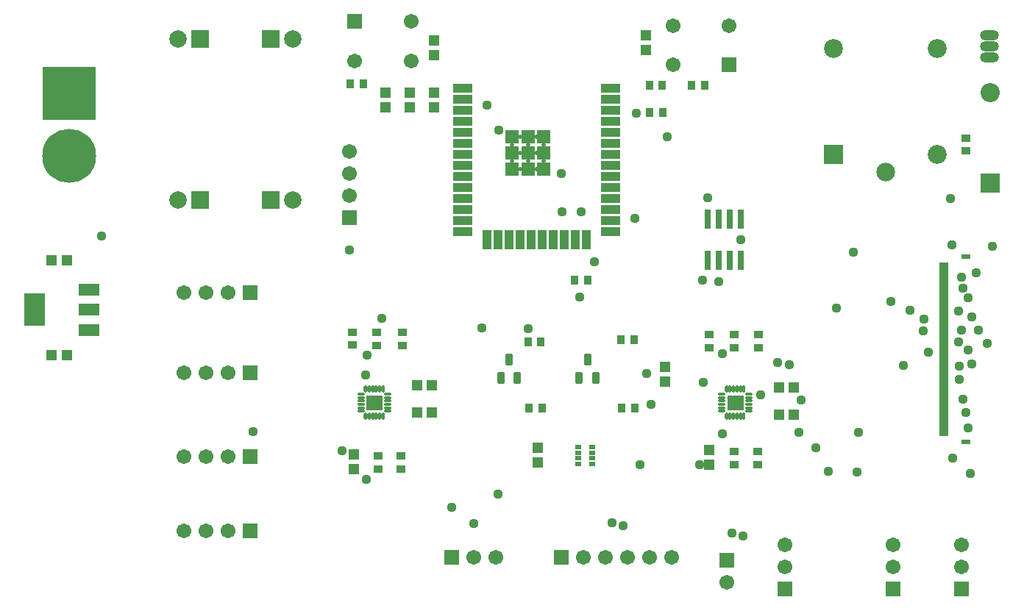
<source format=gts>
G04*
G04 #@! TF.GenerationSoftware,Altium Limited,Altium Designer,20.1.12 (249)*
G04*
G04 Layer_Color=8388736*
%FSLAX25Y25*%
%MOIN*%
G70*
G04*
G04 #@! TF.SameCoordinates,D2DC16A5-891C-47F1-9DBA-B4DE5785F593*
G04*
G04*
G04 #@! TF.FilePolarity,Negative*
G04*
G01*
G75*
%ADD35R,0.03000X0.08600*%
%ADD36R,0.04343X0.03556*%
%ADD37R,0.03950X0.02375*%
%ADD38R,0.03950X0.01981*%
%ADD39R,0.09461X0.14973*%
%ADD40R,0.09600X0.05600*%
%ADD41R,0.04737X0.05131*%
%ADD42R,0.05131X0.04737*%
%ADD43R,0.06036X0.06036*%
%ADD44R,0.08674X0.04343*%
%ADD45R,0.04343X0.08674*%
%ADD46R,0.03556X0.04343*%
G04:AMPARAMS|DCode=47|XSize=33.2mil|YSize=16.66mil|CornerRadius=5.08mil|HoleSize=0mil|Usage=FLASHONLY|Rotation=0.000|XOffset=0mil|YOffset=0mil|HoleType=Round|Shape=RoundedRectangle|*
%AMROUNDEDRECTD47*
21,1,0.03320,0.00650,0,0,0.0*
21,1,0.02303,0.01666,0,0,0.0*
1,1,0.01016,0.01152,-0.00325*
1,1,0.01016,-0.01152,-0.00325*
1,1,0.01016,-0.01152,0.00325*
1,1,0.01016,0.01152,0.00325*
%
%ADD47ROUNDEDRECTD47*%
G04:AMPARAMS|DCode=48|XSize=16.66mil|YSize=33.2mil|CornerRadius=5.08mil|HoleSize=0mil|Usage=FLASHONLY|Rotation=0.000|XOffset=0mil|YOffset=0mil|HoleType=Round|Shape=RoundedRectangle|*
%AMROUNDEDRECTD48*
21,1,0.01666,0.02303,0,0,0.0*
21,1,0.00650,0.03320,0,0,0.0*
1,1,0.01016,0.00325,-0.01152*
1,1,0.01016,-0.00325,-0.01152*
1,1,0.01016,-0.00325,0.01152*
1,1,0.01016,0.00325,0.01152*
%
%ADD48ROUNDEDRECTD48*%
%ADD49R,0.07493X0.06863*%
G04:AMPARAMS|DCode=50|XSize=56.42mil|YSize=31.62mil|CornerRadius=6.95mil|HoleSize=0mil|Usage=FLASHONLY|Rotation=90.000|XOffset=0mil|YOffset=0mil|HoleType=Round|Shape=RoundedRectangle|*
%AMROUNDEDRECTD50*
21,1,0.05642,0.01772,0,0,90.0*
21,1,0.04252,0.03162,0,0,90.0*
1,1,0.01391,0.00886,0.02126*
1,1,0.01391,0.00886,-0.02126*
1,1,0.01391,-0.00886,-0.02126*
1,1,0.01391,-0.00886,0.02126*
%
%ADD50ROUNDEDRECTD50*%
%ADD51R,0.02769X0.02178*%
%ADD52R,0.24422X0.24422*%
%ADD53C,0.24422*%
%ADD54O,0.08674X0.04737*%
%ADD55O,0.08674X0.04737*%
%ADD56C,0.06706*%
%ADD57R,0.06706X0.06706*%
%ADD58R,0.06706X0.06706*%
%ADD59C,0.08595*%
%ADD60C,0.08418*%
%ADD61R,0.08595X0.08595*%
%ADD62R,0.08674X0.08674*%
%ADD63C,0.08674*%
%ADD64C,0.01981*%
%ADD65C,0.06737*%
%ADD66R,0.06737X0.06737*%
%ADD67R,0.07887X0.07887*%
%ADD68C,0.07887*%
%ADD69C,0.04400*%
D35*
X329500Y162700D02*
D03*
X324500D02*
D03*
X319500D02*
D03*
X314500D02*
D03*
Y181300D02*
D03*
X319500D02*
D03*
X324500D02*
D03*
X329500D02*
D03*
D36*
X164500Y124000D02*
D03*
Y129906D02*
D03*
X431500Y217953D02*
D03*
Y212047D02*
D03*
X337000Y70000D02*
D03*
Y75906D02*
D03*
X326500Y128906D02*
D03*
Y123000D02*
D03*
X315000Y128906D02*
D03*
Y123000D02*
D03*
X337500Y128906D02*
D03*
Y123000D02*
D03*
X326500Y70000D02*
D03*
Y75906D02*
D03*
X175500Y68000D02*
D03*
Y73906D02*
D03*
X176000Y129906D02*
D03*
Y124000D02*
D03*
X153500Y130000D02*
D03*
Y124094D02*
D03*
X165000Y68000D02*
D03*
Y73906D02*
D03*
D37*
X431343Y164299D02*
D03*
Y80047D02*
D03*
D38*
X421500Y83787D02*
D03*
Y85756D02*
D03*
Y87724D02*
D03*
Y89693D02*
D03*
Y91661D02*
D03*
Y93630D02*
D03*
Y95598D02*
D03*
Y97567D02*
D03*
Y99535D02*
D03*
Y101504D02*
D03*
Y103472D02*
D03*
Y105441D02*
D03*
Y107409D02*
D03*
Y109378D02*
D03*
Y111346D02*
D03*
Y113315D02*
D03*
Y115283D02*
D03*
Y117252D02*
D03*
Y119220D02*
D03*
Y121189D02*
D03*
Y123157D02*
D03*
Y125126D02*
D03*
Y127094D02*
D03*
Y129063D02*
D03*
Y131032D02*
D03*
Y133000D02*
D03*
Y134969D02*
D03*
Y136937D02*
D03*
Y138906D02*
D03*
Y140874D02*
D03*
Y142843D02*
D03*
Y144811D02*
D03*
Y146780D02*
D03*
Y148748D02*
D03*
Y150717D02*
D03*
Y152685D02*
D03*
Y154654D02*
D03*
Y156622D02*
D03*
Y158591D02*
D03*
Y160559D02*
D03*
D39*
X9599Y140100D02*
D03*
D40*
X34000Y149200D02*
D03*
Y140100D02*
D03*
Y131000D02*
D03*
D41*
X179500Y238693D02*
D03*
Y232000D02*
D03*
X190500Y238693D02*
D03*
Y232000D02*
D03*
Y255500D02*
D03*
Y262193D02*
D03*
X286500Y264693D02*
D03*
Y258000D02*
D03*
X168500Y238693D02*
D03*
Y232000D02*
D03*
X295000Y114193D02*
D03*
Y107500D02*
D03*
X315000Y76693D02*
D03*
Y70000D02*
D03*
X237500Y77693D02*
D03*
Y71000D02*
D03*
X154000Y68000D02*
D03*
Y74693D02*
D03*
D42*
X24000Y119500D02*
D03*
X17307D02*
D03*
X353500Y92500D02*
D03*
X346807D02*
D03*
X182807Y93500D02*
D03*
X189500D02*
D03*
X24000Y162500D02*
D03*
X17307D02*
D03*
X346807Y105000D02*
D03*
X353500D02*
D03*
X189500Y106000D02*
D03*
X182807D02*
D03*
D43*
X240287Y203957D02*
D03*
X233063D02*
D03*
X225839D02*
D03*
X240287Y211181D02*
D03*
X233063D02*
D03*
X225839D02*
D03*
X240287Y218406D02*
D03*
X233063D02*
D03*
X225839D02*
D03*
D44*
X270465Y240709D02*
D03*
Y235709D02*
D03*
Y230709D02*
D03*
Y225709D02*
D03*
Y220709D02*
D03*
Y215709D02*
D03*
Y210709D02*
D03*
Y205709D02*
D03*
Y200709D02*
D03*
Y195709D02*
D03*
Y190709D02*
D03*
Y185709D02*
D03*
Y180709D02*
D03*
Y175709D02*
D03*
X203535D02*
D03*
Y180709D02*
D03*
Y185709D02*
D03*
Y190709D02*
D03*
Y195709D02*
D03*
Y200709D02*
D03*
Y205709D02*
D03*
Y210709D02*
D03*
Y215709D02*
D03*
Y220709D02*
D03*
Y225709D02*
D03*
Y230709D02*
D03*
Y235709D02*
D03*
Y240709D02*
D03*
D45*
X259500Y171772D02*
D03*
X254500D02*
D03*
X249500D02*
D03*
X244500D02*
D03*
X239500D02*
D03*
X234500D02*
D03*
X229500D02*
D03*
X224500D02*
D03*
X219500D02*
D03*
X214500D02*
D03*
D46*
X158500Y242500D02*
D03*
X152594D02*
D03*
X313000Y242000D02*
D03*
X307094D02*
D03*
X288094Y229500D02*
D03*
X294000D02*
D03*
X254094Y153500D02*
D03*
X260000D02*
D03*
X288047Y242000D02*
D03*
X293953D02*
D03*
X275094Y126500D02*
D03*
X281000D02*
D03*
X281500Y95500D02*
D03*
X275594D02*
D03*
X233000Y125500D02*
D03*
X238906D02*
D03*
X239500Y95500D02*
D03*
X233594D02*
D03*
D47*
X320917Y101937D02*
D03*
Y100362D02*
D03*
Y98787D02*
D03*
Y97213D02*
D03*
Y95638D02*
D03*
Y94063D02*
D03*
X333083D02*
D03*
Y95638D02*
D03*
Y97213D02*
D03*
Y98787D02*
D03*
Y100362D02*
D03*
Y101937D02*
D03*
X157417D02*
D03*
Y100362D02*
D03*
Y98787D02*
D03*
Y97213D02*
D03*
Y95638D02*
D03*
Y94063D02*
D03*
X169583D02*
D03*
Y95638D02*
D03*
Y97213D02*
D03*
Y98787D02*
D03*
Y100362D02*
D03*
Y101937D02*
D03*
D48*
X323063Y91917D02*
D03*
X324638D02*
D03*
X326213D02*
D03*
X327787D02*
D03*
X329362D02*
D03*
X330937D02*
D03*
Y104083D02*
D03*
X329362D02*
D03*
X327787D02*
D03*
X326213D02*
D03*
X324638D02*
D03*
X323063D02*
D03*
X159563Y91917D02*
D03*
X161138D02*
D03*
X162713D02*
D03*
X164287D02*
D03*
X165862D02*
D03*
X167437D02*
D03*
Y104083D02*
D03*
X165862D02*
D03*
X164287D02*
D03*
X162713D02*
D03*
X161138D02*
D03*
X159563D02*
D03*
D49*
X327000Y98000D02*
D03*
X163500D02*
D03*
D50*
X256260Y109327D02*
D03*
X260000Y117673D02*
D03*
X263740Y109327D02*
D03*
X220760D02*
D03*
X224500Y117673D02*
D03*
X228240Y109327D02*
D03*
D51*
X255850Y72720D02*
D03*
X262150D02*
D03*
X255850Y75280D02*
D03*
X262150D02*
D03*
Y70161D02*
D03*
X255850D02*
D03*
Y77839D02*
D03*
X262150D02*
D03*
D52*
X25000Y238346D02*
D03*
D53*
Y210000D02*
D03*
D54*
X442000Y254500D02*
D03*
Y264500D02*
D03*
D55*
Y259500D02*
D03*
D56*
X218500Y28000D02*
D03*
X208500D02*
D03*
X398500Y33500D02*
D03*
Y23500D02*
D03*
X429500Y33500D02*
D03*
Y23500D02*
D03*
X323000Y16500D02*
D03*
X349500Y33500D02*
D03*
Y23500D02*
D03*
X298000Y28000D02*
D03*
X288000D02*
D03*
X278000D02*
D03*
X268000D02*
D03*
X258000D02*
D03*
X97000Y40000D02*
D03*
X87000D02*
D03*
X77000D02*
D03*
X97000Y73500D02*
D03*
X87000D02*
D03*
X77000D02*
D03*
X97000Y148000D02*
D03*
X87000D02*
D03*
X77000D02*
D03*
X97000Y111500D02*
D03*
X87000D02*
D03*
X77000D02*
D03*
X152000Y192000D02*
D03*
Y202000D02*
D03*
Y212000D02*
D03*
D57*
X198500Y28000D02*
D03*
X248000D02*
D03*
X107000Y40000D02*
D03*
Y73500D02*
D03*
Y148000D02*
D03*
Y111500D02*
D03*
D58*
X398500Y13500D02*
D03*
X429500D02*
D03*
X323000Y26500D02*
D03*
X349500Y13500D02*
D03*
X152000Y182000D02*
D03*
D59*
X371378Y258516D02*
D03*
X418622D02*
D03*
Y210484D02*
D03*
D60*
X395000Y202610D02*
D03*
D61*
X371378Y210484D02*
D03*
D62*
X442500Y197409D02*
D03*
D63*
Y238591D02*
D03*
D64*
X236675Y203957D02*
D03*
X229451D02*
D03*
X240287Y207569D02*
D03*
X233063D02*
D03*
X225839D02*
D03*
X236675Y211181D02*
D03*
X229451D02*
D03*
X240287Y214793D02*
D03*
X233063D02*
D03*
X225839D02*
D03*
X236675Y218406D02*
D03*
X229451D02*
D03*
D65*
X298705Y268858D02*
D03*
X324295D02*
D03*
X298705Y251142D02*
D03*
X180000Y253000D02*
D03*
X154409D02*
D03*
X180000Y270717D02*
D03*
D66*
X324295Y251142D02*
D03*
X154409Y270717D02*
D03*
D67*
X116500Y263000D02*
D03*
X84500D02*
D03*
X116500Y190000D02*
D03*
X84500D02*
D03*
D68*
X126500Y263000D02*
D03*
X74500D02*
D03*
X126500Y190000D02*
D03*
X74500D02*
D03*
D69*
X338500Y101500D02*
D03*
X321000Y84000D02*
D03*
X312000Y153500D02*
D03*
X319500Y153000D02*
D03*
X432500Y145500D02*
D03*
X430200Y150000D02*
D03*
X314500Y191000D02*
D03*
X286884Y111100D02*
D03*
X160000Y119500D02*
D03*
X108500Y85000D02*
D03*
X159563Y110700D02*
D03*
X282200Y229300D02*
D03*
X281500Y181500D02*
D03*
X257000Y184500D02*
D03*
X248500D02*
D03*
X414500Y121000D02*
D03*
X412500Y136000D02*
D03*
X412000Y130500D02*
D03*
X441000Y125000D02*
D03*
X437000Y131000D02*
D03*
X429500Y155000D02*
D03*
X436000Y157000D02*
D03*
X425000Y169500D02*
D03*
X428500Y114500D02*
D03*
X372900Y141000D02*
D03*
X382881Y84500D02*
D03*
X430000Y99500D02*
D03*
X425500Y73000D02*
D03*
X434000Y115500D02*
D03*
X397500Y143900D02*
D03*
X428000Y125500D02*
D03*
X406000Y139800D02*
D03*
X428000Y139500D02*
D03*
X403300Y114900D02*
D03*
X382000Y66600D02*
D03*
X380500Y166100D02*
D03*
X428500Y108500D02*
D03*
X432500Y86500D02*
D03*
X431500Y93500D02*
D03*
X432500Y122000D02*
D03*
X434000Y137000D02*
D03*
X429500Y131000D02*
D03*
X433400Y66000D02*
D03*
X369000Y66800D02*
D03*
X363400Y77500D02*
D03*
X443600Y168750D02*
D03*
X39800Y173500D02*
D03*
X166700Y136106D02*
D03*
X329500Y171800D02*
D03*
X256400Y145900D02*
D03*
X296100Y218600D02*
D03*
X219809Y221600D02*
D03*
X248200Y202000D02*
D03*
X283839Y70000D02*
D03*
X356800Y99300D02*
D03*
X321100Y120100D02*
D03*
X346000Y116200D02*
D03*
X208500Y43100D02*
D03*
X198500Y50400D02*
D03*
X271100Y43600D02*
D03*
X219600Y56400D02*
D03*
X325500Y38900D02*
D03*
X330500Y37700D02*
D03*
X276300Y42100D02*
D03*
X263300Y161900D02*
D03*
X310900Y70000D02*
D03*
X424600Y190400D02*
D03*
X351450Y115300D02*
D03*
X312500Y107100D02*
D03*
X288800Y97050D02*
D03*
X152000Y167200D02*
D03*
X159700Y63100D02*
D03*
X233000Y131700D02*
D03*
X212100Y131900D02*
D03*
X355950Y84500D02*
D03*
X148900Y76100D02*
D03*
X214400Y233000D02*
D03*
M02*

</source>
